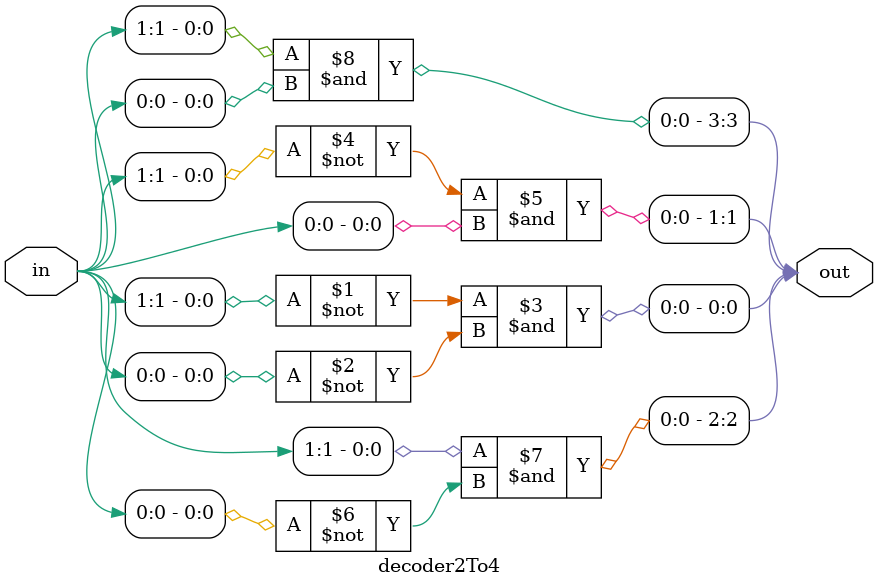
<source format=v>
module decoder2To4 (
    input [1:0] in,
    output [3:0] out
    );

    // Active-high
    assign out[0] = ~in[1] & ~in[0];
    assign out[1] = ~in[1] & in[0];
    assign out[2] = in[1] & ~in[0];
    assign out[3] = in[1] & in[0];

endmodule

</source>
